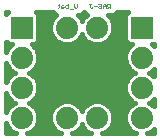
<source format=gbl>
G75*
%MOIN*%
%OFA0B0*%
%FSLAX25Y25*%
%IPPOS*%
%LPD*%
%AMOC8*
5,1,8,0,0,1.08239X$1,22.5*
%
%ADD10C,0.00100*%
%ADD11R,0.07400X0.07400*%
%ADD12C,0.07400*%
%ADD13C,0.01600*%
D10*
X0027776Y0048100D02*
X0028777Y0048100D01*
X0029249Y0048850D02*
X0029750Y0048350D01*
X0030250Y0048850D01*
X0030250Y0049851D01*
X0029249Y0049851D02*
X0029249Y0048850D01*
X0027303Y0048350D02*
X0026553Y0048350D01*
X0026303Y0048600D01*
X0026303Y0049101D01*
X0026553Y0049351D01*
X0027303Y0049351D01*
X0027303Y0049851D02*
X0027303Y0048350D01*
X0025830Y0048600D02*
X0025580Y0048850D01*
X0024829Y0048850D01*
X0024829Y0049101D02*
X0024829Y0048350D01*
X0025580Y0048350D01*
X0025830Y0048600D01*
X0025080Y0049351D02*
X0024829Y0049101D01*
X0025080Y0049351D02*
X0025580Y0049351D01*
X0024357Y0049351D02*
X0023857Y0049351D01*
X0024107Y0049601D02*
X0024107Y0048600D01*
X0023857Y0048350D01*
X0034356Y0049851D02*
X0034857Y0049851D01*
X0034606Y0049851D02*
X0034606Y0048600D01*
X0034857Y0048350D01*
X0035107Y0048350D01*
X0035357Y0048600D01*
X0035829Y0049101D02*
X0036830Y0049101D01*
X0037303Y0048850D02*
X0037303Y0048600D01*
X0037553Y0048350D01*
X0038053Y0048350D01*
X0038303Y0048600D01*
X0038776Y0048350D02*
X0038776Y0049351D01*
X0039276Y0049851D01*
X0039777Y0049351D01*
X0039777Y0048350D01*
X0040249Y0048350D02*
X0040750Y0048850D01*
X0040499Y0048850D02*
X0041250Y0048850D01*
X0041250Y0048350D02*
X0041250Y0049851D01*
X0040499Y0049851D01*
X0040249Y0049601D01*
X0040249Y0049101D01*
X0040499Y0048850D01*
X0039777Y0049101D02*
X0038776Y0049101D01*
X0038303Y0049351D02*
X0038053Y0049101D01*
X0037553Y0049101D01*
X0037303Y0048850D01*
X0037303Y0049601D02*
X0037553Y0049851D01*
X0038053Y0049851D01*
X0038303Y0049601D01*
X0038303Y0049351D01*
D11*
X0051800Y0041800D03*
X0011800Y0041800D03*
D12*
X0011800Y0031800D03*
X0011800Y0021800D03*
X0011800Y0011800D03*
X0026800Y0011800D03*
X0036800Y0011800D03*
X0051800Y0011800D03*
X0051800Y0021800D03*
X0051800Y0031800D03*
X0036800Y0041800D03*
X0026800Y0041800D03*
D13*
X0010023Y0006600D02*
X0006600Y0006600D01*
X0006600Y0010023D01*
X0007151Y0008693D01*
X0008693Y0007151D01*
X0010023Y0006600D01*
X0007650Y0008194D02*
X0006600Y0008194D01*
X0006600Y0009793D02*
X0006695Y0009793D01*
X0006600Y0013577D02*
X0006600Y0020023D01*
X0007151Y0018693D01*
X0008693Y0017151D01*
X0009540Y0016800D01*
X0008693Y0016449D01*
X0007151Y0014907D01*
X0006600Y0013577D01*
X0006600Y0014588D02*
X0007019Y0014588D01*
X0006600Y0016187D02*
X0008431Y0016187D01*
X0008059Y0017785D02*
X0006600Y0017785D01*
X0006600Y0019384D02*
X0006865Y0019384D01*
X0006600Y0023577D02*
X0006600Y0030023D01*
X0007151Y0028693D01*
X0008693Y0027151D01*
X0009540Y0026800D01*
X0008693Y0026449D01*
X0007151Y0024907D01*
X0006600Y0023577D01*
X0006600Y0024179D02*
X0006849Y0024179D01*
X0006600Y0025778D02*
X0008022Y0025778D01*
X0008468Y0027376D02*
X0006600Y0027376D01*
X0006600Y0028975D02*
X0007034Y0028975D01*
X0006600Y0033577D02*
X0006600Y0037077D01*
X0007361Y0036316D01*
X0008560Y0036316D01*
X0007151Y0034907D01*
X0006600Y0033577D01*
X0006600Y0033770D02*
X0006680Y0033770D01*
X0006600Y0035369D02*
X0007613Y0035369D01*
X0006709Y0036967D02*
X0006600Y0036967D01*
X0015040Y0036316D02*
X0016239Y0036316D01*
X0017284Y0037361D01*
X0017284Y0046239D01*
X0016563Y0046961D01*
X0022092Y0046961D01*
X0022201Y0046773D01*
X0022343Y0046588D01*
X0022508Y0046422D01*
X0022694Y0046280D01*
X0022896Y0046163D01*
X0023112Y0046073D01*
X0023274Y0046030D01*
X0022151Y0044907D01*
X0021316Y0042891D01*
X0021316Y0040709D01*
X0022151Y0038693D01*
X0023693Y0037151D01*
X0025709Y0036316D01*
X0027891Y0036316D01*
X0029907Y0037151D01*
X0031449Y0038693D01*
X0031800Y0039540D01*
X0032151Y0038693D01*
X0033693Y0037151D01*
X0035709Y0036316D01*
X0037891Y0036316D01*
X0039907Y0037151D01*
X0041449Y0038693D01*
X0042284Y0040709D01*
X0042284Y0042891D01*
X0041449Y0044907D01*
X0040373Y0045982D01*
X0041950Y0045982D01*
X0042182Y0046013D01*
X0042408Y0046073D01*
X0042624Y0046163D01*
X0042827Y0046280D01*
X0043012Y0046422D01*
X0043178Y0046588D01*
X0043320Y0046773D01*
X0043428Y0046961D01*
X0047037Y0046961D01*
X0046316Y0046239D01*
X0046316Y0037361D01*
X0047361Y0036316D01*
X0048560Y0036316D01*
X0047151Y0034907D01*
X0046316Y0032891D01*
X0046316Y0030709D01*
X0047151Y0028693D01*
X0048693Y0027151D01*
X0049540Y0026800D01*
X0048693Y0026449D01*
X0047151Y0024907D01*
X0046316Y0022891D01*
X0046316Y0020709D01*
X0047151Y0018693D01*
X0048693Y0017151D01*
X0049540Y0016800D01*
X0048693Y0016449D01*
X0047151Y0014907D01*
X0046316Y0012891D01*
X0046316Y0010709D01*
X0047151Y0008693D01*
X0048693Y0007151D01*
X0050023Y0006600D01*
X0038577Y0006600D01*
X0039907Y0007151D01*
X0041449Y0008693D01*
X0042284Y0010709D01*
X0042284Y0012891D01*
X0041449Y0014907D01*
X0039907Y0016449D01*
X0037891Y0017284D01*
X0035709Y0017284D01*
X0033693Y0016449D01*
X0032151Y0014907D01*
X0031800Y0014060D01*
X0031449Y0014907D01*
X0029907Y0016449D01*
X0027891Y0017284D01*
X0025709Y0017284D01*
X0023693Y0016449D01*
X0022151Y0014907D01*
X0021316Y0012891D01*
X0021316Y0010709D01*
X0022151Y0008693D01*
X0023693Y0007151D01*
X0025023Y0006600D01*
X0013577Y0006600D01*
X0014907Y0007151D01*
X0016449Y0008693D01*
X0017284Y0010709D01*
X0017284Y0012891D01*
X0016449Y0014907D01*
X0014907Y0016449D01*
X0014060Y0016800D01*
X0014907Y0017151D01*
X0016449Y0018693D01*
X0017284Y0020709D01*
X0017284Y0022891D01*
X0016449Y0024907D01*
X0014907Y0026449D01*
X0014060Y0026800D01*
X0014907Y0027151D01*
X0016449Y0028693D01*
X0017284Y0030709D01*
X0017284Y0032891D01*
X0016449Y0034907D01*
X0015040Y0036316D01*
X0015987Y0035369D02*
X0047613Y0035369D01*
X0046680Y0033770D02*
X0016920Y0033770D01*
X0017284Y0032172D02*
X0046316Y0032172D01*
X0046372Y0030573D02*
X0017228Y0030573D01*
X0016566Y0028975D02*
X0047034Y0028975D01*
X0048468Y0027376D02*
X0015132Y0027376D01*
X0015578Y0025778D02*
X0048022Y0025778D01*
X0046849Y0024179D02*
X0016751Y0024179D01*
X0017284Y0022581D02*
X0046316Y0022581D01*
X0046316Y0020982D02*
X0017284Y0020982D01*
X0016735Y0019384D02*
X0046865Y0019384D01*
X0048059Y0017785D02*
X0015541Y0017785D01*
X0015169Y0016187D02*
X0023431Y0016187D01*
X0022019Y0014588D02*
X0016581Y0014588D01*
X0017243Y0012990D02*
X0021357Y0012990D01*
X0021316Y0011391D02*
X0017284Y0011391D01*
X0016905Y0009793D02*
X0021695Y0009793D01*
X0022650Y0008194D02*
X0015950Y0008194D01*
X0028577Y0006600D02*
X0029907Y0007151D01*
X0031449Y0008693D01*
X0031800Y0009540D01*
X0032151Y0008693D01*
X0033693Y0007151D01*
X0035023Y0006600D01*
X0028577Y0006600D01*
X0030950Y0008194D02*
X0032650Y0008194D01*
X0032019Y0014588D02*
X0031581Y0014588D01*
X0030169Y0016187D02*
X0033431Y0016187D01*
X0040169Y0016187D02*
X0048431Y0016187D01*
X0047019Y0014588D02*
X0041581Y0014588D01*
X0042243Y0012990D02*
X0046357Y0012990D01*
X0046316Y0011391D02*
X0042284Y0011391D01*
X0041905Y0009793D02*
X0046695Y0009793D01*
X0047650Y0008194D02*
X0040950Y0008194D01*
X0053577Y0006600D02*
X0054907Y0007151D01*
X0055701Y0007945D01*
X0055701Y0006600D01*
X0053577Y0006600D01*
X0055701Y0015655D02*
X0054907Y0016449D01*
X0054060Y0016800D01*
X0054907Y0017151D01*
X0055701Y0017945D01*
X0055701Y0015655D01*
X0055701Y0016187D02*
X0055169Y0016187D01*
X0055541Y0017785D02*
X0055701Y0017785D01*
X0055701Y0025655D02*
X0054907Y0026449D01*
X0054060Y0026800D01*
X0054907Y0027151D01*
X0055701Y0027945D01*
X0055701Y0025655D01*
X0055701Y0025778D02*
X0055578Y0025778D01*
X0055701Y0027376D02*
X0055132Y0027376D01*
X0055701Y0035655D02*
X0055040Y0036316D01*
X0055701Y0036316D01*
X0055701Y0035655D01*
X0046709Y0036967D02*
X0039464Y0036967D01*
X0041322Y0038566D02*
X0046316Y0038566D01*
X0046316Y0040164D02*
X0042059Y0040164D01*
X0042284Y0041763D02*
X0046316Y0041763D01*
X0046316Y0043361D02*
X0042089Y0043361D01*
X0041396Y0044960D02*
X0046316Y0044960D01*
X0046635Y0046558D02*
X0043148Y0046558D01*
X0033365Y0046121D02*
X0032151Y0044907D01*
X0031800Y0044060D01*
X0031449Y0044907D01*
X0030373Y0045982D01*
X0030950Y0045982D01*
X0031182Y0046013D01*
X0031408Y0046073D01*
X0031624Y0046163D01*
X0031827Y0046280D01*
X0032012Y0046422D01*
X0032178Y0046588D01*
X0032320Y0046773D01*
X0032428Y0046961D01*
X0032460Y0046961D01*
X0032568Y0046773D01*
X0032710Y0046588D01*
X0032876Y0046422D01*
X0033061Y0046280D01*
X0033264Y0046163D01*
X0033365Y0046121D01*
X0032740Y0046558D02*
X0032148Y0046558D01*
X0032204Y0044960D02*
X0031396Y0044960D01*
X0031322Y0038566D02*
X0032278Y0038566D01*
X0034136Y0036967D02*
X0029464Y0036967D01*
X0024136Y0036967D02*
X0016891Y0036967D01*
X0017284Y0038566D02*
X0022278Y0038566D01*
X0021541Y0040164D02*
X0017284Y0040164D01*
X0017284Y0041763D02*
X0021316Y0041763D01*
X0021511Y0043361D02*
X0017284Y0043361D01*
X0017284Y0044960D02*
X0022204Y0044960D01*
X0022372Y0046558D02*
X0016965Y0046558D01*
X0007037Y0046961D02*
X0006600Y0046523D01*
X0006600Y0046961D01*
X0007037Y0046961D01*
X0006635Y0046558D02*
X0006600Y0046558D01*
M02*

</source>
